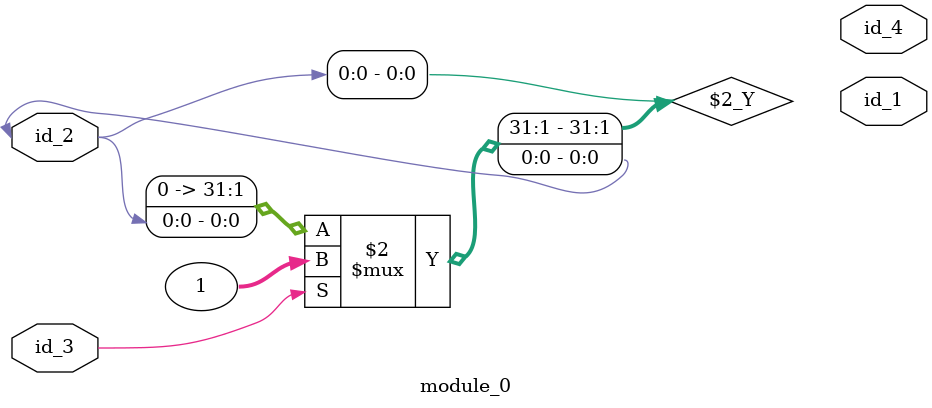
<source format=v>
`timescale 1 ps / 1ps
module module_0 (
    id_1,
    id_2,
    id_3,
    id_4
);
  output id_4;
  inout id_3;
  inout id_2;
  output id_1;
  assign id_2 = id_3 ? 1 : id_2;
endmodule

</source>
